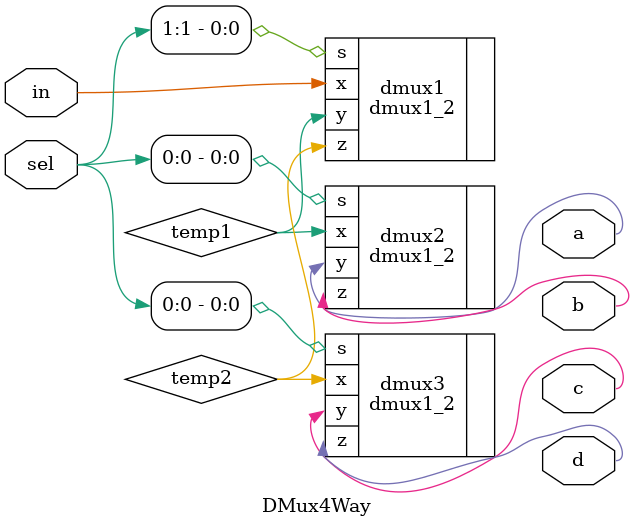
<source format=v>
module DMux4Way(
    input in,
    input [1:0] sel,
    output a, b, c, d
);
    wire temp1, temp2;
    
    dmux1_2 dmux1(.x(in), .s(sel[1]), .y(temp1), .z(temp2));
    dmux1_2 dmux2(.x(temp1), .s(sel[0]), .y(a), .z(b));
    dmux1_2 dmux3(.x(temp2), .s(sel[0]), .y(c), .z(d));
endmodule

</source>
